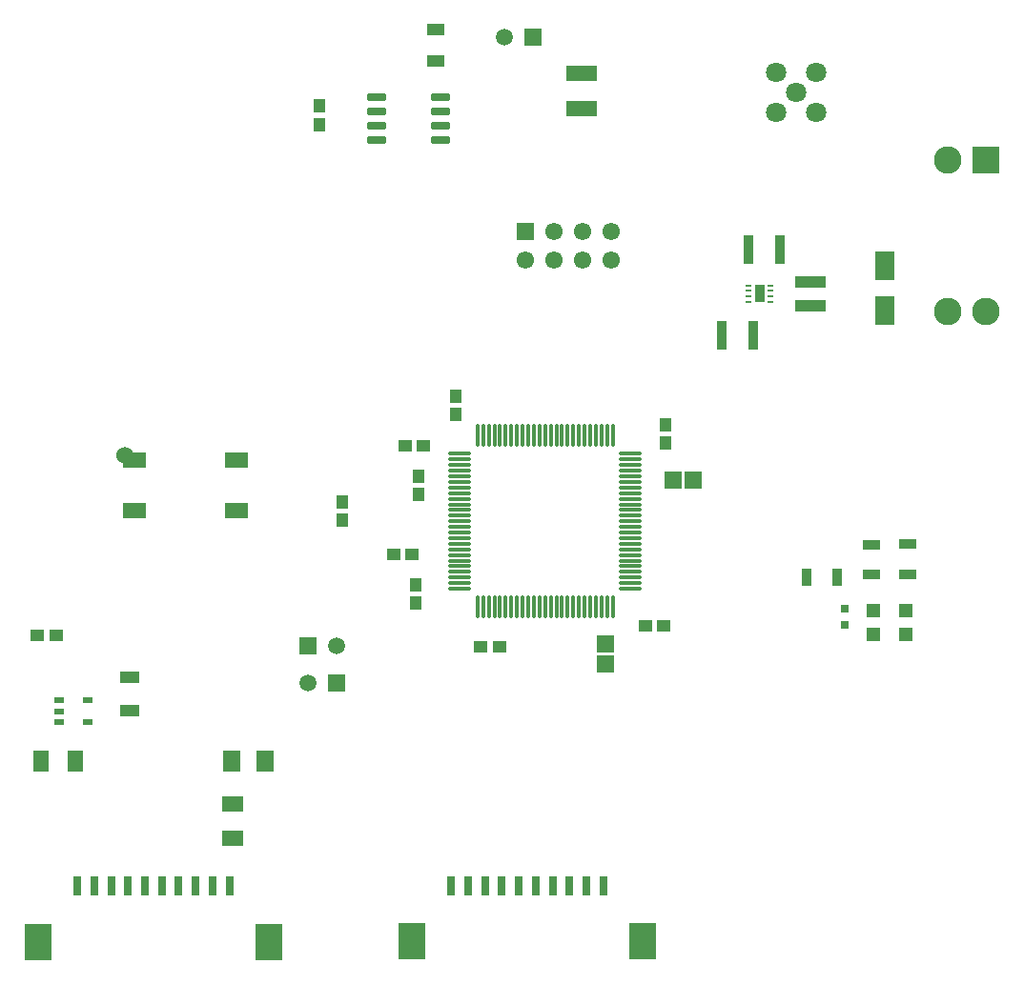
<source format=gbr>
%TF.GenerationSoftware,Altium Limited,Altium Designer,19.1.8 (144)*%
G04 Layer_Color=255*
%FSLAX25Y25*%
%MOIN*%
%TF.FileFunction,Pads,Top*%
%TF.Part,Single*%
G01*
G75*
%TA.AperFunction,SMDPad,CuDef*%
G04:AMPARAMS|DCode=11|XSize=21.65mil|YSize=31.5mil|CornerRadius=1.95mil|HoleSize=0mil|Usage=FLASHONLY|Rotation=90.000|XOffset=0mil|YOffset=0mil|HoleType=Round|Shape=RoundedRectangle|*
%AMROUNDEDRECTD11*
21,1,0.02165,0.02760,0,0,90.0*
21,1,0.01776,0.03150,0,0,90.0*
1,1,0.00390,0.01380,0.00888*
1,1,0.00390,0.01380,-0.00888*
1,1,0.00390,-0.01380,-0.00888*
1,1,0.00390,-0.01380,0.00888*
%
%ADD11ROUNDEDRECTD11*%
%ADD12R,0.06299X0.03543*%
%ADD13R,0.03543X0.06299*%
%ADD14R,0.04724X0.04724*%
%ADD15R,0.03150X0.03150*%
%ADD16R,0.05315X0.07284*%
%ADD17R,0.07284X0.05315*%
%ADD18R,0.01968X0.01102*%
%ADD19R,0.03543X0.06299*%
%ADD20R,0.03740X0.10236*%
%ADD21R,0.04166X0.04749*%
%ADD22R,0.05924X0.06127*%
%ADD23R,0.04749X0.04166*%
%ADD24O,0.08268X0.01181*%
%ADD25O,0.01181X0.08268*%
%TA.AperFunction,ConnectorPad*%
%ADD26R,0.03150X0.06693*%
%ADD27R,0.09500X0.13000*%
%TA.AperFunction,SMDPad,CuDef*%
%ADD28R,0.06127X0.05924*%
%ADD29R,0.06693X0.09843*%
%ADD30R,0.08268X0.05512*%
%ADD31R,0.10630X0.03937*%
%ADD32R,0.05906X0.07480*%
%ADD33R,0.06693X0.04331*%
%ADD34R,0.11024X0.05709*%
G04:AMPARAMS|DCode=35|XSize=25.59mil|YSize=64.96mil|CornerRadius=1.92mil|HoleSize=0mil|Usage=FLASHONLY|Rotation=90.000|XOffset=0mil|YOffset=0mil|HoleType=Round|Shape=RoundedRectangle|*
%AMROUNDEDRECTD35*
21,1,0.02559,0.06112,0,0,90.0*
21,1,0.02175,0.06496,0,0,90.0*
1,1,0.00384,0.03056,0.01088*
1,1,0.00384,0.03056,-0.01088*
1,1,0.00384,-0.03056,-0.01088*
1,1,0.00384,-0.03056,0.01088*
%
%ADD35ROUNDEDRECTD35*%
%ADD36R,0.06496X0.04331*%
%TA.AperFunction,ComponentPad*%
%ADD39C,0.09646*%
%ADD40R,0.09646X0.09646*%
%ADD41C,0.06102*%
%ADD42R,0.06102X0.06102*%
%ADD43C,0.05906*%
%ADD44R,0.05906X0.05906*%
%TA.AperFunction,ViaPad*%
%ADD45C,0.06000*%
%TA.AperFunction,ComponentPad*%
%ADD46C,0.07087*%
D11*
X40252Y100465D02*
D03*
Y96724D02*
D03*
Y92984D02*
D03*
X50291D02*
D03*
Y100465D02*
D03*
D12*
X336772Y155224D02*
D03*
Y144595D02*
D03*
X324272Y155039D02*
D03*
Y144409D02*
D03*
D13*
X301457Y143724D02*
D03*
X312087D02*
D03*
D14*
X336272Y123591D02*
D03*
Y131858D02*
D03*
X324772Y123591D02*
D03*
Y131858D02*
D03*
D15*
X314772Y126771D02*
D03*
Y132677D02*
D03*
D16*
X33768Y79224D02*
D03*
X45776D02*
D03*
D17*
X100772Y64228D02*
D03*
Y52220D02*
D03*
D18*
X281291Y245724D02*
D03*
Y243756D02*
D03*
Y241787D02*
D03*
Y239819D02*
D03*
X288772D02*
D03*
Y241787D02*
D03*
Y243756D02*
D03*
Y245724D02*
D03*
D19*
X285032Y242772D02*
D03*
D20*
X271760Y228224D02*
D03*
X282784D02*
D03*
X292284Y258224D02*
D03*
X281260D02*
D03*
D21*
X131272Y301973D02*
D03*
Y308476D02*
D03*
X165772Y178976D02*
D03*
Y172473D02*
D03*
X252272Y196976D02*
D03*
Y190472D02*
D03*
X178772Y200472D02*
D03*
Y206976D02*
D03*
X164772Y140976D02*
D03*
Y134473D02*
D03*
X139272Y169976D02*
D03*
Y163472D02*
D03*
D22*
X254725Y177724D02*
D03*
X261818D02*
D03*
D23*
X187520Y119224D02*
D03*
X194024D02*
D03*
X157020Y151724D02*
D03*
X163523D02*
D03*
X245020Y126724D02*
D03*
X251523D02*
D03*
X39024Y123224D02*
D03*
X32520D02*
D03*
X167524Y189724D02*
D03*
X161020D02*
D03*
D24*
X180134Y186768D02*
D03*
Y184799D02*
D03*
Y182831D02*
D03*
Y180862D02*
D03*
Y178894D02*
D03*
Y176925D02*
D03*
Y174957D02*
D03*
Y172988D02*
D03*
Y171020D02*
D03*
Y169051D02*
D03*
Y167083D02*
D03*
Y165114D02*
D03*
Y163146D02*
D03*
Y161177D02*
D03*
Y159209D02*
D03*
Y157240D02*
D03*
Y155272D02*
D03*
Y153303D02*
D03*
Y151335D02*
D03*
Y149366D02*
D03*
Y147398D02*
D03*
Y145429D02*
D03*
Y143461D02*
D03*
Y141492D02*
D03*
Y139524D02*
D03*
X239976D02*
D03*
Y141492D02*
D03*
Y143461D02*
D03*
Y145429D02*
D03*
Y147398D02*
D03*
Y149366D02*
D03*
Y151335D02*
D03*
Y153303D02*
D03*
Y155272D02*
D03*
Y157240D02*
D03*
Y159209D02*
D03*
Y161177D02*
D03*
Y163146D02*
D03*
Y165114D02*
D03*
Y167083D02*
D03*
Y169051D02*
D03*
Y171020D02*
D03*
Y172988D02*
D03*
Y174957D02*
D03*
Y176925D02*
D03*
Y178894D02*
D03*
Y180862D02*
D03*
Y182831D02*
D03*
Y184799D02*
D03*
Y186768D02*
D03*
D25*
X186433Y133224D02*
D03*
X188402D02*
D03*
X190370D02*
D03*
X192339D02*
D03*
X194307D02*
D03*
X196276D02*
D03*
X198244D02*
D03*
X200213D02*
D03*
X202181D02*
D03*
X204150D02*
D03*
X206118D02*
D03*
X208087D02*
D03*
X210055D02*
D03*
X212024D02*
D03*
X213992D02*
D03*
X215961D02*
D03*
X217929D02*
D03*
X219898D02*
D03*
X221866D02*
D03*
X223835D02*
D03*
X225803D02*
D03*
X227772D02*
D03*
X229740D02*
D03*
X231709D02*
D03*
X233677D02*
D03*
Y193067D02*
D03*
X231709D02*
D03*
X229740D02*
D03*
X227772D02*
D03*
X225803D02*
D03*
X223835D02*
D03*
X221866D02*
D03*
X219898D02*
D03*
X217929D02*
D03*
X215961D02*
D03*
X213992D02*
D03*
X212024D02*
D03*
X210055D02*
D03*
X208087D02*
D03*
X206118D02*
D03*
X204150D02*
D03*
X202181D02*
D03*
X200213D02*
D03*
X198244D02*
D03*
X196276D02*
D03*
X194307D02*
D03*
X192339D02*
D03*
X190370D02*
D03*
X188402D02*
D03*
X186433D02*
D03*
D26*
X230394Y35724D02*
D03*
X224488D02*
D03*
X218583D02*
D03*
X212677D02*
D03*
X206772D02*
D03*
X200866D02*
D03*
X194960D02*
D03*
X189055D02*
D03*
X183150D02*
D03*
X177244D02*
D03*
X99689Y35531D02*
D03*
X93783D02*
D03*
X87878D02*
D03*
X81972D02*
D03*
X76067D02*
D03*
X70161D02*
D03*
X64256D02*
D03*
X58350D02*
D03*
X52445D02*
D03*
X46539D02*
D03*
D27*
X244169Y16124D02*
D03*
X163469D02*
D03*
X113464Y15931D02*
D03*
X32764D02*
D03*
D28*
X231272Y120271D02*
D03*
Y113178D02*
D03*
D29*
X328839Y236909D02*
D03*
Y252658D02*
D03*
D30*
X66358Y184583D02*
D03*
Y166866D02*
D03*
X102185D02*
D03*
Y184583D02*
D03*
D31*
X302772Y238394D02*
D03*
Y247055D02*
D03*
D32*
X112177Y79224D02*
D03*
X100366D02*
D03*
D33*
X64772Y108433D02*
D03*
Y97016D02*
D03*
D34*
X222772Y307720D02*
D03*
Y319728D02*
D03*
D35*
X173394Y296724D02*
D03*
Y301724D02*
D03*
Y306724D02*
D03*
Y311724D02*
D03*
X151150Y296724D02*
D03*
Y301724D02*
D03*
Y306724D02*
D03*
Y311724D02*
D03*
D36*
X171772Y324114D02*
D03*
Y335335D02*
D03*
D39*
X350886Y236575D02*
D03*
Y289606D02*
D03*
X364272Y236575D02*
D03*
D40*
Y289606D02*
D03*
D41*
X233268Y254724D02*
D03*
X223268D02*
D03*
X213268D02*
D03*
X203268D02*
D03*
X233268Y264724D02*
D03*
X223268D02*
D03*
X213268D02*
D03*
D42*
X203268D02*
D03*
D43*
X137272Y119724D02*
D03*
X127272Y106724D02*
D03*
X195772Y332724D02*
D03*
D44*
X127272Y119724D02*
D03*
X137272Y106724D02*
D03*
X205772Y332724D02*
D03*
D45*
X63272Y186224D02*
D03*
D46*
X297731Y313184D02*
D03*
X290772Y306224D02*
D03*
Y320144D02*
D03*
X304691Y306224D02*
D03*
Y320144D02*
D03*
%TF.MD5,c19e9a689001fdcb2dd74c6bb9a723df*%
M02*

</source>
